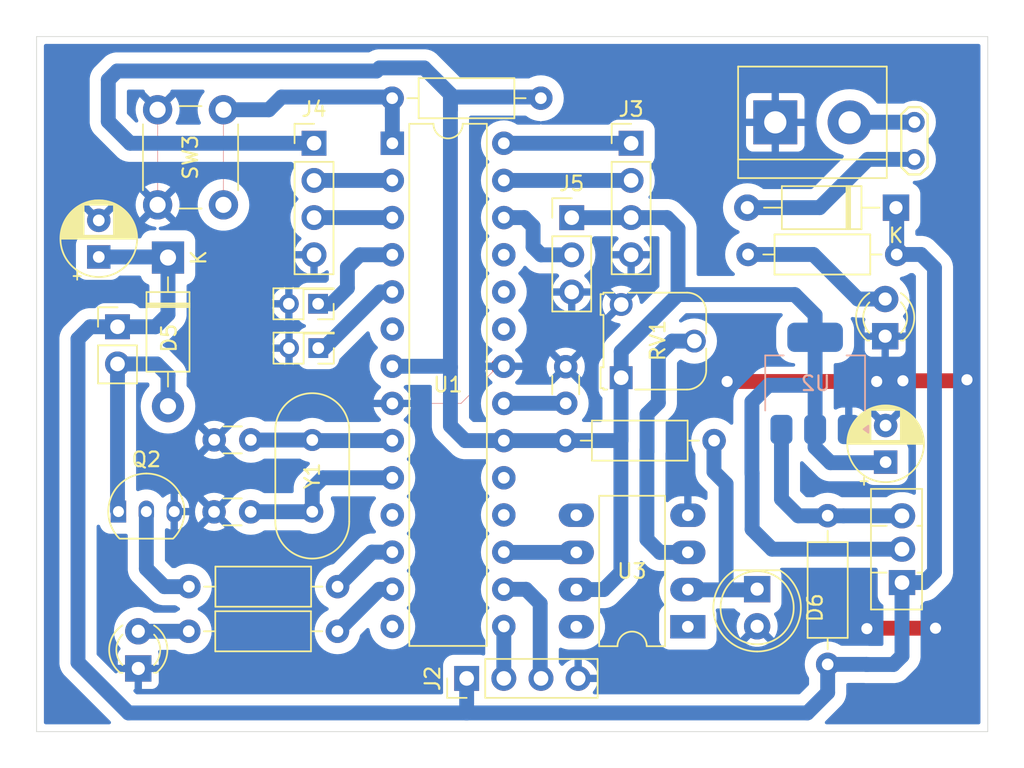
<source format=kicad_pcb>
(kicad_pcb (version 20240108) (generator "pcbnew") (generator_version "8.0")
  (layers (0 "F.Cu" signal) (31 "B.Cu" signal) (34 "B.Paste" user) (35 "F.Paste" user) (36 "B.SilkS" user "B.Silkscreen") (37 "F.SilkS" user "F.Silkscreen") (38 "B.Mask" user) (39 "F.Mask" user) (44 "Edge.Cuts" user))
  (net 0 "")
  (net 1 "Net-(BZ1--)")
  (net 2 "+12V")
  (net 3 "GND")
  (net 4 "Net-(U1-AREF)")
  (net 5 "Net-(U1-XTAL2{slash}PB7)")
  (net 6 "Net-(U1-XTAL1{slash}PB6)")
  (net 7 "+5V")
  (net 8 "Net-(D1-A)")
  (net 9 "Net-(D3-A)")
  (net 10 "Net-(D4-A)")
  (net 11 "Net-(D6-K)")
  (net 12 "Net-(J1-Pin_2)")
  (net 13 "/GSM_Rx")
  (net 14 "/GSM_Tx")
  (net 15 "/SCL")
  (net 16 "/SDA")
  (net 17 "/Rx")
  (net 18 "/Tx")
  (net 19 "/mq_pin")
  (net 20 "Net-(Q1-B)")
  (net 21 "Net-(Q2-B)")
  (net 22 "Net-(U1-PD7)")
  (net 23 "Net-(U1-PD6)")
  (net 24 "Net-(SW3A-C)")
  (net 25 "Net-(U3-+)")
  (net 26 "Net-(U1-PD2)")
  (net 27 "Net-(U1-PD3)")
  (net 30 "Net-(U1-PB3)")
  (footprint "Package_TO_SOT_THT:TO-126-3_Vertical" (layer "F.Cu") (at 177.66 109.15 90)
    (property "Reference" "Q1" (hide yes))
    (property "Value" "BD138")
    (pad "1" thru_hole rect (at 0 0 90) (size 1.71 1.8) (drill 1) (layers "*.Cu" "*.Mask") (net 2 "+12V"))
    (pad "2" thru_hole oval (at 2.28 0 90) (size 1.71 1.8) (drill 1) (layers "*.Cu" "*.Mask") (net 7 "+5V"))
    (pad "3" thru_hole oval (at 4.56 0 90) (size 1.71 1.8) (drill 1) (layers "*.Cu" "*.Mask") (net 20 "Net-(Q1-B)"))
  )
  (footprint "Package_DIP:DIP-28_W7.62mm" (layer "F.Cu") (at 142.83 79.13)
    (property "Reference" "U1" (at 3.8 16.5 0) (layer "F.SilkS"))
    (property "Value" "ATmega328P-P")
    (pad "1" thru_hole rect (at 0 0) (size 1.6 1.6) (drill 0.8) (layers "*.Cu" "*.Mask") (net 24 "Net-(SW3A-C)"))
    (pad "2" thru_hole oval (at 0 2.54) (size 1.6 1.6) (drill 0.8) (layers "*.Cu" "*.Mask") (net 17 "/Rx"))
    (pad "3" thru_hole oval (at 0 5.08) (size 1.6 1.6) (drill 0.8) (layers "*.Cu" "*.Mask") (net 18 "/Tx"))
    (pad "4" thru_hole oval (at 0 7.62) (size 1.6 1.6) (drill 0.8) (layers "*.Cu" "*.Mask") (net 26 "Net-(U1-PD2)"))
    (pad "5" thru_hole oval (at 0 10.16) (size 1.6 1.6) (drill 0.8) (layers "*.Cu" "*.Mask") (net 27 "Net-(U1-PD3)"))
    (pad "6" thru_hole oval (at 0 12.7) (size 1.6 1.6) (drill 0.8) (layers "*.Cu" "*.Mask"))
    (pad "7" thru_hole oval (at 0 15.24) (size 1.6 1.6) (drill 0.8) (layers "*.Cu" "*.Mask") (net 7 "+5V"))
    (pad "8" thru_hole oval (at 0 17.78) (size 1.6 1.6) (drill 0.8) (layers "*.Cu" "*.Mask") (net 3 "GND"))
    (pad "9" thru_hole oval (at 0 20.32) (size 1.6 1.6) (drill 0.8) (layers "*.Cu" "*.Mask") (net 6 "Net-(U1-XTAL1{slash}PB6)"))
    (pad "10" thru_hole oval (at 0 22.86) (size 1.6 1.6) (drill 0.8) (layers "*.Cu" "*.Mask") (net 5 "Net-(U1-XTAL2{slash}PB7)"))
    (pad "11" thru_hole oval (at 0 25.4) (size 1.6 1.6) (drill 0.8) (layers "*.Cu" "*.Mask"))
    (pad "12" thru_hole oval (at 0 27.94) (size 1.6 1.6) (drill 0.8) (layers "*.Cu" "*.Mask") (net 23 "Net-(U1-PD6)"))
    (pad "13" thru_hole oval (at 0 30.48) (size 1.6 1.6) (drill 0.8) (layers "*.Cu" "*.Mask") (net 22 "Net-(U1-PD7)"))
    (pad "14" thru_hole oval (at 0 33.02) (size 1.6 1.6) (drill 0.8) (layers "*.Cu" "*.Mask"))
    (pad "15" thru_hole oval (at 7.62 33.02) (size 1.6 1.6) (drill 0.8) (layers "*.Cu" "*.Mask") (net 13 "/GSM_Rx"))
    (pad "16" thru_hole oval (at 7.62 30.48) (size 1.6 1.6) (drill 0.8) (layers "*.Cu" "*.Mask") (net 14 "/GSM_Tx"))
    (pad "17" thru_hole oval (at 7.62 27.94) (size 1.6 1.6) (drill 0.8) (layers "*.Cu" "*.Mask") (net 30 "Net-(U1-PB3)"))
    (pad "18" thru_hole oval (at 7.62 25.4) (size 1.6 1.6) (drill 0.8) (layers "*.Cu" "*.Mask"))
    (pad "19" thru_hole oval (at 7.62 22.86) (size 1.6 1.6) (drill 0.8) (layers "*.Cu" "*.Mask"))
    (pad "20" thru_hole oval (at 7.62 20.32) (size 1.6 1.6) (drill 0.8) (layers "*.Cu" "*.Mask") (net 7 "+5V"))
    (pad "21" thru_hole oval (at 7.62 17.78) (size 1.6 1.6) (drill 0.8) (layers "*.Cu" "*.Mask") (net 4 "Net-(U1-AREF)"))
    (pad "22" thru_hole oval (at 7.62 15.24) (size 1.6 1.6) (drill 0.8) (layers "*.Cu" "*.Mask") (net 3 "GND"))
    (pad "23" thru_hole oval (at 7.62 12.7) (size 1.6 1.6) (drill 0.8) (layers "*.Cu" "*.Mask"))
    (pad "24" thru_hole oval (at 7.62 10.16) (size 1.6 1.6) (drill 0.8) (layers "*.Cu" "*.Mask"))
    (pad "25" thru_hole oval (at 7.62 7.62) (size 1.6 1.6) (drill 0.8) (layers "*.Cu" "*.Mask"))
    (pad "26" thru_hole oval (at 7.62 5.08) (size 1.6 1.6) (drill 0.8) (layers "*.Cu" "*.Mask") (net 19 "/mq_pin"))
    (pad "27" thru_hole oval (at 7.62 2.54) (size 1.6 1.6) (drill 0.8) (layers "*.Cu" "*.Mask") (net 16 "/SDA"))
    (pad "28" thru_hole oval (at 7.62 0) (size 1.6 1.6) (drill 0.8) (layers "*.Cu" "*.Mask") (net 15 "/SCL"))
  )
  (footprint "Capacitor_THT:CP_Radial_D5.0mm_P2.50mm" (layer "F.Cu") (at 122.77 86.9 90)
    (property "Reference" "C4" (hide yes))
    (property "Value" "100uF")
    (pad "1" thru_hole rect (at 0 0 90) (size 1.6 1.6) (drill 0.8) (layers "*.Cu" "*.Mask") (net 2 "+12V"))
    (pad "2" thru_hole circle (at 2.5 0 90) (size 1.6 1.6) (drill 0.8) (layers "*.Cu" "*.Mask") (net 3 "GND"))
  )
  (footprint "Button_Switch_THT:SW_PUSH_6mm_H4.3mm" (layer "F.Cu") (at 131.29 76.84 -90)
    (property "Reference" "SW3" (at 3.25 2.26 90) (layer "F.SilkS"))
    (property "Value" "Reset")
    (pad "1" thru_hole circle (at 0 0) (size 2 2) (drill 1.1) (layers "*.Cu" "*.Mask") (net 24 "Net-(SW3A-C)"))
    (pad "1" thru_hole circle (at 6.5 0) (size 2 2) (drill 1.1) (layers "*.Cu" "*.Mask") (net 24 "Net-(SW3A-C)"))
    (pad "2" thru_hole circle (at 0 4.5) (size 2 2) (drill 1.1) (layers "*.Cu" "*.Mask") (net 3 "GND"))
    (pad "2" thru_hole circle (at 6.5 4.5) (size 2 2) (drill 1.1) (layers "*.Cu" "*.Mask") (net 3 "GND"))
  )
  (footprint "Resistor_THT:R_Axial_DIN0207_L6.3mm_D2.5mm_P10.16mm_Horizontal" (layer "F.Cu") (at 177.3 86.73 180)
    (property "Reference" "R3" (hide yes))
    (property "Value" "1k")
    (pad "1" thru_hole circle (at 0 0 180) (size 1.6 1.6) (drill 0.8) (layers "*.Cu" "*.Mask") (net 2 "+12V"))
    (pad "2" thru_hole oval (at 10.16 0 180) (size 1.6 1.6) (drill 0.8) (layers "*.Cu" "*.Mask") (net 10 "Net-(D4-A)"))
  )
  (footprint "Connector_PinHeader_2.54mm:PinHeader_1x02_P2.54mm_Vertical" (layer "F.Cu") (at 124.05 91.67)
    (property "Reference" "BZ1" (hide yes))
    (property "Value" "Buzzer")
    (pad "1" thru_hole rect (at 0 0) (size 1.7 1.7) (drill 1) (layers "*.Cu" "*.Mask") (net 2 "+12V"))
    (pad "2" thru_hole oval (at 0 2.54) (size 1.7 1.7) (drill 1) (layers "*.Cu" "*.Mask") (net 1 "Net-(BZ1--)"))
  )
  (footprint "Package_DIP:DIP-8_W7.62mm_LongPads" (layer "F.Cu") (at 163.025 112.17 180)
    (property "Reference" "U3" (at 3.825 3.8 180) (layer "F.SilkS"))
    (property "Value" "LM741")
    (pad "1" thru_hole rect (at 0 0 180) (size 2.4 1.6) (drill 0.8) (layers "*.Cu" "*.Mask"))
    (pad "2" thru_hole oval (at 0 2.54 180) (size 2.4 1.6) (drill 0.8) (layers "*.Cu" "*.Mask") (net 11 "Net-(D6-K)"))
    (pad "3" thru_hole oval (at 0 5.08 180) (size 2.4 1.6) (drill 0.8) (layers "*.Cu" "*.Mask") (net 25 "Net-(U3-+)"))
    (pad "4" thru_hole oval (at 0 7.62 180) (size 2.4 1.6) (drill 0.8) (layers "*.Cu" "*.Mask") (net 3 "GND"))
    (pad "5" thru_hole oval (at 7.62 7.62 180) (size 2.4 1.6) (drill 0.8) (layers "*.Cu" "*.Mask"))
    (pad "6" thru_hole oval (at 7.62 5.08 180) (size 2.4 1.6) (drill 0.8) (layers "*.Cu" "*.Mask") (net 30 "Net-(U1-PB3)"))
    (pad "7" thru_hole oval (at 7.62 2.54 180) (size 2.4 1.6) (drill 0.8) (layers "*.Cu" "*.Mask") (net 7 "+5V"))
    (pad "8" thru_hole oval (at 7.62 0 180) (size 2.4 1.6) (drill 0.8) (layers "*.Cu" "*.Mask"))
  )
  (footprint "Resistor_THT:R_Axial_DIN0207_L6.3mm_D2.5mm_P10.16mm_Horizontal" (layer "F.Cu") (at 142.82 76.05)
    (property "Reference" "R4" (hide yes))
    (property "Value" "10k")
    (pad "1" thru_hole circle (at 0 0) (size 1.6 1.6) (drill 0.8) (layers "*.Cu" "*.Mask") (net 24 "Net-(SW3A-C)"))
    (pad "2" thru_hole oval (at 10.16 0) (size 1.6 1.6) (drill 0.8) (layers "*.Cu" "*.Mask") (net 7 "+5V"))
  )
  (footprint "Connector_PinHeader_2.54mm:PinHeader_1x04_P2.54mm_Vertical" (layer "F.Cu") (at 147.91 115.7 90)
    (property "Reference" "J2" (at 0 -2.33 270) (layer "F.SilkS"))
    (property "Value" "GSM")
    (pad "1" thru_hole rect (at 0 0 90) (size 1.7 1.7) (drill 1) (layers "*.Cu" "*.Mask") (net 2 "+12V"))
    (pad "2" thru_hole oval (at 0 2.54 90) (size 1.7 1.7) (drill 1) (layers "*.Cu" "*.Mask") (net 13 "/GSM_Rx"))
    (pad "3" thru_hole oval (at 0 5.08 90) (size 1.7 1.7) (drill 1) (layers "*.Cu" "*.Mask") (net 14 "/GSM_Tx"))
    (pad "4" thru_hole oval (at 0 7.62 90) (size 1.7 1.7) (drill 1) (layers "*.Cu" "*.Mask") (net 3 "GND"))
  )
  (footprint "Resistor_THT:R_Axial_DIN0207_L6.3mm_D2.5mm_P10.16mm_Horizontal" (layer "F.Cu") (at 172.58 114.74 90)
    (property "Reference" "R5" (hide yes))
    (property "Value" "3")
    (pad "1" thru_hole circle (at 0 0 90) (size 1.6 1.6) (drill 0.8) (layers "*.Cu" "*.Mask") (net 2 "+12V"))
    (pad "2" thru_hole oval (at 10.16 0 90) (size 1.6 1.6) (drill 0.8) (layers "*.Cu" "*.Mask") (net 20 "Net-(Q1-B)"))
  )
  (footprint "Package_TO_SOT_THT:TO-92_Inline" (layer "F.Cu") (at 124.75 104.3)
    (property "Reference" "Q2" (at 1.27 -3.56 0) (layer "F.SilkS"))
    (property "Value" "BC547")
    (pad "1" thru_hole rect (at -0.635 0) (size 1.05 1.5) (drill 0.75) (layers "*.Cu" "*.Mask") (net 1 "Net-(BZ1--)"))
    (pad "2" thru_hole oval (at 1.27 0) (size 1.05 1.5) (drill 0.75) (layers "*.Cu" "*.Mask") (net 21 "Net-(Q2-B)"))
    (pad "3" thru_hole oval (at 3.175 0) (size 1.05 1.5) (drill 0.75) (layers "*.Cu" "*.Mask") (net 3 "GND"))
  )
  (footprint "Resistor_THT:R_Axial_DIN0207_L6.3mm_D2.5mm_P10.16mm_Horizontal" (layer "F.Cu") (at 139.08 112.48 180)
    (property "Reference" "R1" (hide yes))
    (property "Value" "220")
    (pad "1" thru_hole circle (at 0 0 180) (size 1.6 1.6) (drill 0.8) (layers "*.Cu" "*.Mask") (net 22 "Net-(U1-PD7)"))
    (pad "2" thru_hole oval (at 10.16 0 180) (size 1.6 1.6) (drill 0.8) (layers "*.Cu" "*.Mask") (net 8 "Net-(D1-A)"))
  )
  (footprint "Capacitor_THT:C_Disc_D3.0mm_W1.6mm_P2.50mm" (layer "F.Cu") (at 133.15 104.32 180)
    (property "Reference" "C2" (hide yes))
    (property "Value" "22pF")
    (pad "1" thru_hole circle (at 0 0 180) (size 1.6 1.6) (drill 0.8) (layers "*.Cu" "*.Mask") (net 5 "Net-(U1-XTAL2{slash}PB7)"))
    (pad "2" thru_hole circle (at 2.5 0 180) (size 1.6 1.6) (drill 0.8) (layers "*.Cu" "*.Mask") (net 3 "GND"))
  )
  (footprint "Crystal:Crystal_HC18-U_Vertical" (layer "F.Cu") (at 137.36 104.31 90)
    (property "Reference" "Y1" (at 2.45 0 270) (layer "F.SilkS"))
    (property "Value" "16MHz")
    (pad "1" thru_hole circle (at 0 0 90) (size 1.5 1.5) (drill 0.8) (layers "*.Cu" "*.Mask") (net 5 "Net-(U1-XTAL2{slash}PB7)"))
    (pad "2" thru_hole circle (at 4.9 0 90) (size 1.5 1.5) (drill 0.8) (layers "*.Cu" "*.Mask") (net 6 "Net-(U1-XTAL1{slash}PB6)"))
  )
  (footprint "LED_THT:LED_D3.0mm" (layer "F.Cu") (at 176.51 92.315 90)
    (property "Reference" "D4" (hide yes))
    (property "Value" "Power")
    (pad "1" thru_hole rect (at 0 0 90) (size 1.8 1.8) (drill 0.9) (layers "*.Cu" "*.Mask") (net 3 "GND"))
    (pad "2" thru_hole circle (at 2.54 0 90) (size 1.8 1.8) (drill 0.9) (layers "*.Cu" "*.Mask") (net 10 "Net-(D4-A)"))
  )
  (footprint "TerminalBlock:TerminalBlock_bornier-2_P5.08mm" (layer "F.Cu") (at 169 77.7)
    (property "Reference" "J1" (hide yes))
    (property "Value" "Power")
    (pad "1" thru_hole rect (at 0 0) (size 3 3) (drill 1.52) (layers "*.Cu" "*.Mask") (net 3 "GND"))
    (pad "2" thru_hole circle (at 5.08 0) (size 3 3) (drill 1.52) (layers "*.Cu" "*.Mask") (net 12 "Net-(J1-Pin_2)"))
  )
  (footprint "Resistor_THT:R_Axial_DIN0207_L6.3mm_D2.5mm_P10.16mm_Horizontal" (layer "F.Cu") (at 139.09 109.43 180)
    (property "Reference" "R6" (hide yes))
    (property "Value" "10k")
    (pad "1" thru_hole circle (at 0 0 180) (size 1.6 1.6) (drill 0.8) (layers "*.Cu" "*.Mask") (net 23 "Net-(U1-PD6)"))
    (pad "2" thru_hole oval (at 10.16 0 180) (size 1.6 1.6) (drill 0.8) (layers "*.Cu" "*.Mask") (net 21 "Net-(Q2-B)"))
  )
  (footprint "TestPoint:TestPoint_2Pads_Pitch2.54mm_Drill0.8mm" (layer "F.Cu") (at 178.51 77.69 -90)
    (property "Reference" "SW4" (hide yes))
    (property "Value" "Switch" (hide yes))
    (pad "1" thru_hole circle (at 0 0 270) (size 1.4 1.4) (drill 0.8) (layers "*.Cu" "*.Mask") (net 12 "Net-(J1-Pin_2)"))
    (pad "2" thru_hole circle (at 2.54 0 270) (size 1.4 1.4) (drill 0.8) (layers "*.Cu" "*.Mask") (net 9 "Net-(D3-A)"))
  )
  (footprint "Capacitor_THT:CP_Radial_D5.0mm_P2.50mm" (layer "F.Cu") (at 176.54 100.92 90)
    (property "Reference" "C5" (hide yes))
    (property "Value" "100uF")
    (pad "1" thru_hole rect (at 0 0 90) (size 1.6 1.6) (drill 0.8) (layers "*.Cu" "*.Mask") (net 7 "+5V"))
    (pad "2" thru_hole circle (at 2.5 0 90) (size 1.6 1.6) (drill 0.8) (layers "*.Cu" "*.Mask") (net 3 "GND"))
  )
  (footprint "Capacitor_THT:C_Disc_D3.0mm_W1.6mm_P2.50mm" (layer "F.Cu") (at 154.68 96.9 90)
    (property "Reference" "C1" (hide yes))
    (property "Value" "100nF")
    (pad "1" thru_hole circle (at 0 0 90) (size 1.6 1.6) (drill 0.8) (layers "*.Cu" "*.Mask") (net 4 "Net-(U1-AREF)"))
    (pad "2" thru_hole circle (at 2.5 0 90) (size 1.6 1.6) (drill 0.8) (layers "*.Cu" "*.Mask") (net 3 "GND"))
  )
  (footprint "Diode_THT:D_A-405_P10.16mm_Horizontal" (layer "F.Cu") (at 177.25 83.53 180)
    (property "Reference" "D3" (hide yes))
    (property "Value" "1N4001")
    (fp_text user "K" (at 0 -1.9 180) (layer "F.SilkS"))
    (pad "1" thru_hole rect (at 0 0 180) (size 1.8 1.8) (drill 0.9) (layers "*.Cu" "*.Mask") (net 2 "+12V"))
    (pad "2" thru_hole oval (at 10.16 0 180) (size 1.8 1.8) (drill 0.9) (layers "*.Cu" "*.Mask") (net 9 "Net-(D3-A)"))
  )
  (footprint "LED_THT:LED_D3.0mm_Clear" (layer "F.Cu") (at 125.47 115.02 90)
    (property "Reference" "D1" (hide yes))
    (property "Value" "Red")
    (pad "1" thru_hole rect (at 0 0 90) (size 1.8 1.8) (drill 0.9) (layers "*.Cu" "*.Mask") (net 3 "GND"))
    (pad "2" thru_hole circle (at 2.54 0 90) (size 1.8 1.8) (drill 0.9) (layers "*.Cu" "*.Mask") (net 8 "Net-(D1-A)"))
  )
  (footprint "Resistor_THT:R_Axial_DIN0207_L6.3mm_D2.5mm_P10.16mm_Horizontal" (layer "F.Cu") (at 164.82 99.45 180)
    (property "Reference" "R9" (hide yes))
    (property "Value" "150")
    (pad "1" thru_hole circle (at 0 0 180) (size 1.6 1.6) (drill 0.8) (layers "*.Cu" "*.Mask") (net 11 "Net-(D6-K)"))
    (pad "2" thru_hole oval (at 10.16 0 180) (size 1.6 1.6) (drill 0.8) (layers "*.Cu" "*.Mask") (net 7 "+5V"))
  )
  (footprint "Diode_THT:D_DO-41_SOD81_P10.16mm_Horizontal" (layer "F.Cu") (at 127.5 86.94 -90)
    (property "Reference" "D5" (at 5.51 -0.07 90) (layer "F.SilkS"))
    (property "Value" "1N4001")
    (fp_text user "K" (at 0 -2.1 90) (layer "F.SilkS"))
    (pad "1" thru_hole rect (at 0 0 270) (size 2.2 2.2) (drill 1.1) (layers "*.Cu" "*.Mask") (net 2 "+12V"))
    (pad "2" thru_hole oval (at 10.16 0 270) (size 2.2 2.2) (drill 1.1) (layers "*.Cu" "*.Mask") (net 1 "Net-(BZ1--)"))
  )
  (footprint "Connector_PinHeader_2.00mm:PinHeader_2x01_P2.00mm_Vertical" (layer "F.Cu") (at 137.77 93.13 180)
    (property "Reference" "SW2" (hide yes))
    (property "Value" "SW_Push" (hide yes))
    (pad "1" thru_hole rect (at 0 0 180) (size 1.35 1.35) (drill 0.8) (layers "*.Cu" "*.Mask") (net 27 "Net-(U1-PD3)"))
    (pad "2" thru_hole oval (at 2 0 180) (size 1.35 1.35) (drill 0.8) (layers "*.Cu" "*.Mask") (net 3 "GND"))
  )
  (footprint "Connector_PinHeader_2.54mm:PinHeader_1x03_P2.54mm_Vertical" (layer "F.Cu") (at 155.09 84.215)
    (property "Reference" "J5" (at 0 -2.33 0) (layer "F.SilkS"))
    (property "Value" "MQ 4  - Module")
    (pad "1" thru_hole rect (at 0 0) (size 1.7 1.7) (drill 1) (layers "*.Cu" "*.Mask") (net 7 "+5V"))
    (pad "2" thru_hole oval (at 0 2.54) (size 1.7 1.7) (drill 1) (layers "*.Cu" "*.Mask") (net 19 "/mq_pin"))
    (pad "3" thru_hole oval (at 0 5.08) (size 1.7 1.7) (drill 1) (layers "*.Cu" "*.Mask") (net 3 "GND"))
  )
  (footprint "Connector_PinHeader_2.54mm:PinHeader_1x04_P2.54mm_Vertical" (layer "F.Cu") (at 137.48 79.13)
    (property "Reference" "J4" (at 0 -2.33 0) (layer "F.SilkS"))
    (property "Value" "Program")
    (pad "1" thru_hole rect (at 0 0) (size 1.7 1.7) (drill 1) (layers "*.Cu" "*.Mask") (net 7 "+5V"))
    (pad "2" thru_hole oval (at 0 2.54) (size 1.7 1.7) (drill 1) (layers "*.Cu" "*.Mask") (net 17 "/Rx"))
    (pad "3" thru_hole oval (at 0 5.08) (size 1.7 1.7) (drill 1) (layers "*.Cu" "*.Mask") (net 18 "/Tx"))
    (pad "4" thru_hole oval (at 0 7.62) (size 1.7 1.7) (drill 1) (layers "*.Cu" "*.Mask") (net 3 "GND"))
  )
  (footprint "Potentiometer_THT:Potentiometer_Runtron_RM-065_Vertical" (layer "F.Cu") (at 158.47 95.15 90)
    (property "Reference" "RV1" (at 2.54 2.5 270) (layer "F.SilkS"))
    (property "Value" "10k")
    (pad "1" thru_hole rect (at 0 0 90) (size 1.56 1.56) (drill 1) (layers "*.Cu" "*.Mask") (net 7 "+5V"))
    (pad "2" thru_hole circle (at 2.5 5 90) (size 1.56 1.56) (drill 1) (layers "*.Cu" "*.Mask") (net 25 "Net-(U3-+)"))
    (pad "3" thru_hole circle (at 5 0 90) (size 1.56 1.56) (drill 1) (layers "*.Cu" "*.Mask") (net 3 "GND"))
  )
  (footprint "Connector_PinHeader_2.00mm:PinHeader_2x01_P2.00mm_Vertical" (layer "F.Cu") (at 137.76 90.1 180)
    (property "Reference" "SW1" (hide yes))
    (property "Value" "SW_Push" (hide yes))
    (pad "1" thru_hole rect (at 0 0 180) (size 1.35 1.35) (drill 0.8) (layers "*.Cu" "*.Mask") (net 26 "Net-(U1-PD2)"))
    (pad "2" thru_hole oval (at 2 0 180) (size 1.35 1.35) (drill 0.8) (layers "*.Cu" "*.Mask") (net 3 "GND"))
  )
  (footprint "Connector_PinHeader_2.54mm:PinHeader_1x04_P2.54mm_Vertical" (layer "F.Cu") (at 159.15 79.13)
    (property "Reference" "J3" (at 0 -2.33 0) (layer "F.SilkS"))
    (property "Value" "Display")
    (pad "1" thru_hole rect (at 0 0) (size 1.7 1.7) (drill 1) (layers "*.Cu" "*.Mask") (net 15 "/SCL"))
    (pad "2" thru_hole oval (at 0 2.54) (size 1.7 1.7) (drill 1) (layers "*.Cu" "*.Mask") (net 16 "/SDA"))
    (pad "3" thru_hole oval (at 0 5.08) (size 1.7 1.7) (drill 1) (layers "*.Cu" "*.Mask") (net 7 "+5V"))
    (pad "4" thru_hole oval (at 0 7.62) (size 1.7 1.7) (drill 1) (layers "*.Cu" "*.Mask") (net 3 "GND"))
  )
  (footprint "LED_THT:LED_D5.0mm_IRGrey" (layer "F.Cu") (at 167.76 109.6 -90)
    (property "Reference" "D6" (at 1.27 -3.96 90) (layer "F.SilkS"))
    (property "Value" "SFH203")
    (pad "1" thru_hole rect (at 0 0 270) (size 1.8 1.8) (drill 0.9) (layers "*.Cu" "*.Mask") (net 11 "Net-(D6-K)"))
    (pad "2" thru_hole circle (at 2.54 0 270) (size 1.8 1.8) (drill 0.9) (layers "*.Cu" "*.Mask") (net 3 "GND"))
  )
  (footprint "Capacitor_THT:C_Disc_D3.0mm_W1.6mm_P2.50mm" (layer "F.Cu") (at 133.16 99.4 180)
    (property "Reference" "C3" (hide yes))
    (property "Value" "22pF")
    (pad "1" thru_hole circle (at 0 0 180) (size 1.6 1.6) (drill 0.8) (layers "*.Cu" "*.Mask") (net 6 "Net-(U1-XTAL1{slash}PB6)"))
    (pad "2" thru_hole circle (at 2.5 0 180) (size 1.6 1.6) (drill 0.8) (layers "*.Cu" "*.Mask") (net 3 "GND"))
  )
  (footprint "Package_TO_SOT_SMD:SOT-223-3_TabPin2" (layer "B.Cu") (at 171.7225 95.54 90)
    (property "Reference" "U2" (at 0 0.0375 180) (layer "B.SilkS") (effects (justify mirror)))
    (property "Value" "AMS1117-5.0")
    (pad "1" smd roundrect (at -3.15 2.3 90) (size 2 1.5) (layers "B.Cu" "B.Paste" "B.Mask") (net 3 "GND"))
    (pad "2" smd roundrect (at -3.15 0 90) (size 2 1.5) (layers "B.Cu" "B.Paste" "B.Mask") (net 7 "+5V"))
    (pad "2" smd roundrect (at 3.15 0 90) (size 2 3.8) (layers "B.Cu" "B.Paste" "B.Mask") (net 7 "+5V"))
    (pad "3" smd roundrect (at -3.15 -2.3 90) (size 2 1.5) (layers "B.Cu" "B.Paste" "B.Mask") (net 20 "Net-(Q1-B)"))
  )
  (gr_line (start 183.52 71.84) (end 118.52 71.84) (stroke (width 0.05)) (layer "Edge.Cuts"))
  (gr_line (start 183.52 119.34) (end 183.52 71.84) (stroke (width 0.05)) (layer "Edge.Cuts"))
  (gr_line (start 118.52 71.84) (end 118.52 119.34) (stroke (width 0.05)) (layer "Edge.Cuts"))
  (gr_line (start 118.52 119.34) (end 183.52 119.34) (stroke (width 0.05)) (layer "Edge.Cuts"))
  (segment (start 124.1 94.16) (end 124.05 94.21) (width 1.016) (layer "B.Cu") (net 1))
  (segment (start 124.05 94.21) (end 126.73 94.21) (width 1.016) (layer "B.Cu") (net 1))
  (segment (start 127.5 95) (end 127.5 97.1) (width 1.016) (layer "B.Cu") (net 1))
  (segment (start 126.73 94.21) (end 127.51 94.99) (width 1.016) (layer "B.Cu") (net 1))
  (segment (start 127.51 94.99) (end 127.5 95) (width 1.016) (layer "B.Cu") (net 1))
  (segment (start 124.05 94.21) (end 124.05 104.235) (width 1.016) (layer "B.Cu") (net 1))
  (segment (start 124.05 104.235) (end 124.115 104.3) (width 1.016) (layer "B.Cu") (net 1))
  (segment (start 175.25 114.75) (end 177.07 114.75) (width 1.016) (layer "B.Cu") (net 2))
  (segment (start 177.66 114.16) (end 177.66 109.15) (width 1.016) (layer "B.Cu") (net 2))
  (segment (start 177.07 114.75) (end 177.66 114.16) (width 1.016) (layer "B.Cu") (net 2))
  (segment (start 126.65 91.67) (end 127.5 90.82) (width 1.016) (layer "B.Cu") (net 2))
  (segment (start 179.88 108.41) (end 179.14 109.15) (width 1.016) (layer "B.Cu") (net 2))
  (segment (start 179.88 87.65) (end 179.88 108.41) (width 1.016) (layer "B.Cu") (net 2))
  (segment (start 147.91 115.7) (end 147.91 118.05) (width 1.016) (layer "B.Cu") (net 2))
  (segment (start 122.77 86.9) (end 127.46 86.9) (width 1.016) (layer "B.Cu") (net 2))
  (segment (start 177.3 86.73) (end 177.3 83.58) (width 1.016) (layer "B.Cu") (net 2))
  (segment (start 147.91 118.05) (end 147.9 118.06) (width 1.016) (layer "B.Cu") (net 2))
  (segment (start 178.96 86.73) (end 179.88 87.65) (width 1.016) (layer "B.Cu") (net 2))
  (segment (start 127.5 90.82) (end 127.5 86.94) (width 1.016) (layer "B.Cu") (net 2))
  (segment (start 122.184 91.67) (end 121.35 92.504) (width 1.016) (layer "B.Cu") (net 2))
  (segment (start 177.3 83.58) (end 177.25 83.53) (width 1.016) (layer "B.Cu") (net 2))
  (segment (start 177.3 86.73) (end 178.96 86.73) (width 1.016) (layer "B.Cu") (net 2))
  (segment (start 124.8 118.06) (end 147.9 118.06) (width 1.016) (layer "B.Cu") (net 2))
  (segment (start 124.05 91.67) (end 126.65 91.67) (width 1.016) (layer "B.Cu") (net 2))
  (segment (start 121.35 92.504) (end 121.35 114.61) (width 1.016) (layer "B.Cu") (net 2))
  (segment (start 172.58 116.67) (end 172.58 114.74) (width 1.016) (layer "B.Cu") (net 2))
  (segment (start 175.24 114.74) (end 172.58 114.74) (width 1.016) (layer "B.Cu") (net 2))
  (segment (start 175.25 114.75) (end 175.24 114.74) (width 1.016) (layer "B.Cu") (net 2))
  (segment (start 171.19 118.06) (end 172.58 116.67) (width 1.016) (layer "B.Cu") (net 2))
  (segment (start 127.46 86.9) (end 127.5 86.94) (width 1.016) (layer "B.Cu") (net 2))
  (segment (start 124.05 91.67) (end 122.184 91.67) (width 1.016) (layer "B.Cu") (net 2))
  (segment (start 147.9 118.06) (end 171.19 118.06) (width 1.016) (layer "B.Cu") (net 2))
  (segment (start 179.14 109.15) (end 177.66 109.15) (width 1.016) (layer "B.Cu") (net 2))
  (segment (start 121.35 114.61) (end 124.8 118.06) (width 1.016) (layer "B.Cu") (net 2))
  (segment (start 177.721 95.36) (end 182.03 95.36) (width 1.016) (layer "F.Cu") (net 3))
  (segment (start 147.522577 96.91) (end 150.062577 94.37) (width 0.0254) (layer "F.Cu") (net 3))
  (segment (start 142.83 96.91) (end 147.522577 96.91) (width 0.0254) (layer "F.Cu") (net 3))
  (segment (start 165.71 95.41) (end 175.93 95.41) (width 1.016) (layer "F.Cu") (net 3))
  (segment (start 150.062577 94.37) (end 150.45 94.37) (width 1.016) (layer "F.Cu") (net 3))
  (segment (start 126.79 76.84) (end 126.79 82.49) (width 0.0254) (layer "F.Cu") (net 3))
  (segment (start 182.03 95.36) (end 182.1 95.29) (width 1.016) (layer "F.Cu") (net 3))
  (segment (start 175.29 112.27) (end 175.26 112.3) (width 1.016) (layer "F.Cu") (net 3))
  (segment (start 179.95 112.27) (end 175.29 112.27) (width 1.016) (layer "F.Cu") (net 3))
  (via (at 175.26 112.3) (size 1.778) (drill 0.762) (layers "F.Cu" "B.Cu") (net 3))
  (via (at 182.1 95.29) (size 1.778) (drill 0.762) (layers "F.Cu" "B.Cu") (net 3))
  (via (at 177.721 95.36) (size 1.778) (drill 0.762) (layers "F.Cu" "B.Cu") (net 3))
  (via (at 165.71 95.41) (size 1.778) (drill 0.762) (layers "F.Cu" "B.Cu") (net 3))
  (via (at 179.95 112.27) (size 1.778) (drill 0.762) (layers "F.Cu" "B.Cu") (net 3))
  (via (at 175.93 95.41) (size 1.778) (drill 0.762) (layers "F.Cu" "B.Cu") (net 3))
  (segment (start 154.68 96.9) (end 150.46 96.9) (width 1.016) (layer "B.Cu") (net 4))
  (segment (start 150.46 96.9) (end 150.45 96.91) (width 1.016) (layer "B.Cu") (net 4))
  (segment (start 137.36 102.71) (end 137.36 104.31) (width 1.016) (layer "B.Cu") (net 5))
  (segment (start 137.36 104.31) (end 133.16 104.31) (width 1.016) (layer "B.Cu") (net 5))
  (segment (start 138.08 101.99) (end 137.36 102.71) (width 1.016) (layer "B.Cu") (net 5))
  (segment (start 142.83 101.99) (end 138.08 101.99) (width 1.016) (layer "B.Cu") (net 5))
  (segment (start 133.16 104.31) (end 133.15 104.32) (width 1.016) (layer "B.Cu") (net 5))
  (segment (start 142.83 99.45) (end 137.4 99.45) (width 1.016) (layer "B.Cu") (net 6))
  (segment (start 137.4 99.45) (end 137.36 99.41) (width 1.016) (layer "B.Cu") (net 6))
  (segment (start 133.17 99.41) (end 133.16 99.4) (width 1.016) (layer "B.Cu") (net 6))
  (segment (start 137.36 99.41) (end 133.17 99.41) (width 1.016) (layer "B.Cu") (net 6))
  (segment (start 123.42 77.64) (end 123.42 74.8) (width 1.016) (layer "B.Cu") (net 7))
  (segment (start 145 73.98) (end 146.8 75.78) (width 1.016) (layer "B.Cu") (net 7))
  (segment (start 167.4025 101.658028) (end 167.4025 96.7975) (width 1.016) (layer "B.Cu") (net 7))
  (segment (start 170.33 89.47) (end 171.7225 90.8625) (width 1.016) (layer "B.Cu") (net 7))
  (segment (start 137.48 79.13) (end 124.91 79.13) (width 1.016) (layer "B.Cu") (net 7))
  (segment (start 171.7225 90.8625) (end 171.7225 92.39) (width 1.016) (layer "B.Cu") (net 7))
  (segment (start 158.45 108.45) (end 157.27 109.63) (width 1.016) (layer "B.Cu") (net 7))
  (segment (start 142.83 94.37) (end 146.74 94.37) (width 1.016) (layer "B.Cu") (net 7))
  (segment (start 167.418 101.673528) (end 167.4025 101.658028) (width 1.016) (layer "B.Cu") (net 7))
  (segment (start 161.6 84.21) (end 162.354 84.964) (width 1.016) (layer "B.Cu") (net 7))
  (segment (start 141.750577 74.192) (end 141.962577 73.98) (width 1.016) (layer "B.Cu") (net 7))
  (segment (start 158.47 95.15) (end 158.47 93.354) (width 1.016) (layer "B.Cu") (net 7))
  (segment (start 124.91 79.13) (end 123.42 77.64) (width 1.016) (layer "B.Cu") (net 7))
  (segment (start 159.15 84.21) (end 161.6 84.21) (width 1.016) (layer "B.Cu") (net 7))
  (segment (start 146.8 94.43) (end 146.8 98.44) (width 1.016) (layer "B.Cu") (net 7))
  (segment (start 158.45 99.45) (end 158.45 108.45) (width 1.016) (layer "B.Cu") (net 7))
  (segment (start 157.27 109.63) (end 155.405 109.63) (width 1.016) (layer "B.Cu") (net 7))
  (segment (start 171.7225 95.8625) (end 171.7225 98.69) (width 1.016) (layer "B.Cu") (net 7))
  (segment (start 171.53 95.67) (end 171.7225 95.8625) (width 1.016) (layer "B.Cu") (net 7))
  (segment (start 146.8 75.78) (end 146.8 76.82) (width 1.016) (layer "B.Cu") (net 7))
  (segment (start 158.4 99.47) (end 158.38 99.45) (width 1.016) (layer "B.Cu") (net 7))
  (segment (start 146.8 75.82) (end 146.8 76.82) (width 1.016) (layer "B.Cu") (net 7))
  (segment (start 171.7225 95.8625) (end 171.7225 92.39) (width 1.016) (layer "B.Cu") (net 7))
  (segment (start 171.7225 98.69) (end 171.7225 99.9125) (width 1.016) (layer "B.Cu") (net 7))
  (segment (start 158.46 95.14) (end 158.46 99.41) (width 1.016) (layer "B.Cu") (net 7))
  (segment (start 162.354 89.47) (end 170.33 89.47) (width 1.016) (layer "B.Cu") (net 7))
  (segment (start 158.58 95.02) (end 158.46 95.14) (width 1.016) (layer "B.Cu") (net 7))
  (segment (start 146.74 94.37) (end 146.8 94.43) (width 1.016) (layer "B.Cu") (net 7))
  (segment (start 167.418 105.51) (end 167.418 101.673528) (width 1.016) (layer "B.Cu") (net 7))
  (segment (start 158.46 99.41) (end 158.4 99.47) (width 1.016) (layer "B.Cu") (net 7))
  (segment (start 152.99 75.97) (end 146.95 75.97) (width 1.016) (layer "B.Cu") (net 7))
  (segment (start 167.4025 96.7975) (end 168.53 95.67) (width 1.016) (layer "B.Cu") (net 7))
  (segment (start 155.09 84.215) (end 159.145 84.215) (width 1.016) (layer "B.Cu") (net 7))
  (segment (start 146.8 76.82) (end 146.8 94.43) (width 1.016) (layer "B.Cu") (net 7))
  (segment (start 168.778 106.87) (end 167.418 105.51) (width 1.016) (layer "B.Cu") (net 7))
  (segment (start 177.66 106.87) (end 168.778 106.87) (width 1.016) (layer "B.Cu") (net 7))
  (segment (start 141.962577 73.98) (end 145 73.98) (width 1.016) (layer "B.Cu") (net 7))
  (segment (start 124.028 74.192) (end 141.750577 74.192) (width 1.016) (layer "B.Cu") (net 7))
  (segment (start 146.95 75.97) (end 146.8 75.82) (width 1.016) (layer "B.Cu") (net 7))
  (segment (start 171.7225 99.9125) (end 172.77 100.96) (width 1.016) (layer "B.Cu") (net 7))
  (segment (start 158.47 93.354) (end 162.354 89.47) (width 1.016) (layer "B.Cu") (net 7))
  (segment (start 123.42 74.8) (end 124.028 74.192) (width 1.016) (layer "B.Cu") (net 7))
  (segment (start 162.354 84.964) (end 162.354 89.47) (width 1.016) (layer "B.Cu") (net 7))
  (segment (start 150.45 99.45) (end 154.66 99.45) (width 1.016) (layer "B.Cu") (net 7))
  (segment (start 159.145 84.215) (end 159.15 84.21) (width 1.016) (layer "B.Cu") (net 7))
  (segment (start 168.53 95.67) (end 171.53 95.67) (width 1.016) (layer "B.Cu") (net 7))
  (segment (start 176.615113 100.96) (end 176.68 100.895113) (width 1.016) (layer "B.Cu") (net 7))
  (segment (start 158.38 99.45) (end 154.66 99.45) (width 1.016) (layer "B.Cu") (net 7))
  (segment (start 146.8 98.44) (end 147.81 99.45) (width 1.016) (layer "B.Cu") (net 7))
  (segment (start 147.81 99.45) (end 150.45 99.45) (width 1.016) (layer "B.Cu") (net 7))
  (segment (start 172.77 100.96) (end 176.615113 100.96) (width 1.016) (layer "B.Cu") (net 7))
  (segment (start 128.92 112.48) (end 125.47 112.48) (width 1.016) (layer "B.Cu") (net 8))
  (segment (start 172.03 83.53) (end 167.09 83.53) (width 1.016) (layer "B.Cu") (net 9))
  (segment (start 175.33 80.23) (end 172.03 83.53) (width 1.016) (layer "B.Cu") (net 9))
  (segment (start 178.51 80.23) (end 175.33 80.23) (width 1.016) (layer "B.Cu") (net 9))
  (segment (start 171.6 86.73) (end 174.645 89.775) (width 1.016) (layer "B.Cu") (net 10))
  (segment (start 167.14 86.73) (end 171.6 86.73) (width 1.016) (layer "B.Cu") (net 10))
  (segment (start 174.645 89.775) (end 176.51 89.775) (width 1.016) (layer "B.Cu") (net 10))
  (segment (start 167.71 109.65) (end 163.045 109.65) (width 1.016) (layer "B.Cu") (net 11))
  (segment (start 165.64 102.41) (end 165.64 109.6) (width 1.016) (layer "B.Cu") (net 11))
  (segment (start 164.81 99.46) (end 164.81 101.58) (width 1.016) (layer "B.Cu") (net 11))
  (segment (start 163.045 109.65) (end 163.025 109.63) (width 1.016) (layer "B.Cu") (net 11))
  (segment (start 164.82 99.45) (end 164.81 99.46) (width 1.016) (layer "B.Cu") (net 11))
  (segment (start 167.76 109.6) (end 167.71 109.65) (width 1.016) (layer "B.Cu") (net 11))
  (segment (start 164.81 101.58) (end 165.64 102.41) (width 1.016) (layer "B.Cu") (net 11))
  (segment (start 178.51 77.69) (end 174.09 77.69) (width 1.016) (layer "B.Cu") (net 12))
  (segment (start 174.09 77.69) (end 174.08 77.7) (width 1.016) (layer "B.Cu") (net 12))
  (segment (start 150.45 112.15) (end 150.45 115.7) (width 1.016) (layer "B.Cu") (net 13))
  (segment (start 152.935 110.585) (end 152.935 115.645) (width 1.016) (layer "B.Cu") (net 14))
  (segment (start 150.45 109.61) (end 151.96 109.61) (width 1.016) (layer "B.Cu") (net 14))
  (segment (start 151.96 109.61) (end 152.935 110.585) (width 1.016) (layer "B.Cu") (net 14))
  (segment (start 152.935 115.645) (end 152.99 115.7) (width 1.016) (layer "B.Cu") (net 14))
  (segment (start 159.15 79.13) (end 150.45 79.13) (width 1.016) (layer "B.Cu") (net 15))
  (segment (start 159.15 81.67) (end 150.45 81.67) (width 1.016) (layer "B.Cu") (net 16))
  (segment (start 142.83 81.67) (end 137.48 81.67) (width 1.016) (layer "B.Cu") (net 17))
  (segment (start 142.83 84.21) (end 137.48 84.21) (width 1.016) (layer "B.Cu") (net 18))
  (segment (start 150.45 84.21) (end 151.85 84.21) (width 1.016) (layer "B.Cu") (net 19))
  (segment (start 152.45 86.21) (end 152.995 86.755) (width 1.016) (layer "B.Cu") (net 19))
  (segment (start 152.45 84.81) (end 152.45 86.21) (width 1.016) (layer "B.Cu") (net 19))
  (segment (start 152.995 86.755) (end 155.09 86.755) (width 1.016) (layer "B.Cu") (net 19))
  (segment (start 151.85 84.21) (end 152.45 84.81) (width 1.016) (layer "B.Cu") (net 19))
  (segment (start 173.66 104.59) (end 170.57 104.59) (width 1.016) (layer "B.Cu") (net 20))
  (segment (start 170.57 104.59) (end 169.4225 103.4425) (width 1.016) (layer "B.Cu") (net 20))
  (segment (start 177.66 104.59) (end 173.66 104.59) (width 1.016) (layer "B.Cu") (net 20))
  (segment (start 169.4225 103.4425) (end 169.4225 98.69) (width 1.016) (layer "B.Cu") (net 20))
  (segment (start 128.93 109.43) (end 127.25 109.43) (width 1.016) (layer "B.Cu") (net 21))
  (segment (start 127.25 109.43) (end 126.02 108.2) (width 1.016) (layer "B.Cu") (net 21))
  (segment (start 126.02 108.2) (end 126.02 104.3) (width 1.016) (layer "B.Cu") (net 21))
  (segment (start 142.83 109.61) (end 141.95 109.61) (width 1.016) (layer "B.Cu") (net 22))
  (segment (start 141.95 109.61) (end 139.08 112.48) (width 1.016) (layer "B.Cu") (net 22))
  (segment (start 141.44 107.07) (end 139.09 109.42) (width 1.016) (layer "B.Cu") (net 23))
  (segment (start 139.09 109.42) (end 139.09 109.43) (width 1.016) (layer "B.Cu") (net 23))
  (segment (start 142.83 107.07) (end 141.44 107.07) (width 1.016) (layer "B.Cu") (net 23))
  (segment (start 131.29 76.84) (end 131.29 82.49) (width 0.0254) (layer "F.Cu") (net 24))
  (segment (start 135.26 75.97) (end 142.83 75.97) (width 1.016) (layer "B.Cu") (net 24))
  (segment (start 142.83 75.97) (end 142.83 79.13) (width 1.016) (layer "B.Cu") (net 24))
  (segment (start 131.29 76.84) (end 134.39 76.84) (width 1.016) (layer "B.Cu") (net 24))
  (segment (start 134.39 76.84) (end 135.26 75.97) (width 1.016) (layer "B.Cu") (net 24))
  (segment (start 160.228 106.198) (end 161.12 107.09) (width 1.016) (layer "B.Cu") (net 25))
  (segment (start 163.47 92.65) (end 161.95 92.65) (width 1.016) (layer "B.Cu") (net 25))
  (segment (start 160.238 100.146472) (end 160.228 100.156472) (width 1.016) (layer "B.Cu") (net 25))
  (segment (start 161.12 107.09) (end 163.025 107.09) (width 1.016) (layer "B.Cu") (net 25))
  (segment (start 161.01 96.86) (end 160.238 97.632) (width 1.016) (layer "B.Cu") (net 25))
  (segment (start 160.238 97.632) (end 160.238 100.146472) (width 1.016) (layer "B.Cu") (net 25))
  (segment (start 161.01 93.59) (end 161.01 96.86) (width 1.016) (layer "B.Cu") (net 25))
  (segment (start 160.228 100.156472) (end 160.228 106.198) (width 1.016) (layer "B.Cu") (net 25))
  (segment (start 161.95 92.65) (end 161.01 93.59) (width 1.016) (layer "B.Cu") (net 25))
  (segment (start 140.61 86.75) (end 139.76 87.6) (width 1.016) (layer "B.Cu") (net 26))
  (segment (start 139.76 89.02) (end 138.68 90.1) (width 1.016) (layer "B.Cu") (net 26))
  (segment (start 138.68 90.1) (end 137.76 90.1) (width 1.016) (layer "B.Cu") (net 26))
  (segment (start 142.83 86.75) (end 140.61 86.75) (width 1.016) (layer "B.Cu") (net 26))
  (segment (start 139.76 87.6) (end 139.76 89.02) (width 1.016) (layer "B.Cu") (net 26))
  (segment (start 142.83 89.29) (end 142.004472 89.29) (width 1.016) (layer "B.Cu") (net 27))
  (segment (start 138.164472 93.13) (end 137.77 93.13) (width 1.016) (layer "B.Cu") (net 27))
  (segment (start 142.004472 89.29) (end 138.164472 93.13) (width 1.016) (layer "B.Cu") (net 27))
  (segment (start 150.47 107.09) (end 150.45 107.07) (width 1.016) (layer "B.Cu") (net 30))
  (segment (start 155.405 107.09) (end 150.47 107.09) (width 1.016) (layer "B.Cu") (net 30))
  (zone (net 3) (net_name "GND") (layer "B.Cu") (connect_pads (clearance 0.5)) (min_thickness 0.25) (fill yes (thermal_gap 0.5) (thermal_bridge_width 0.5))
    (polygon (pts (xy 186.02 69.34) (xy 186.02 121.84) (xy 116.02 121.84) (xy 116.02 69.34)))
  )
)
</source>
